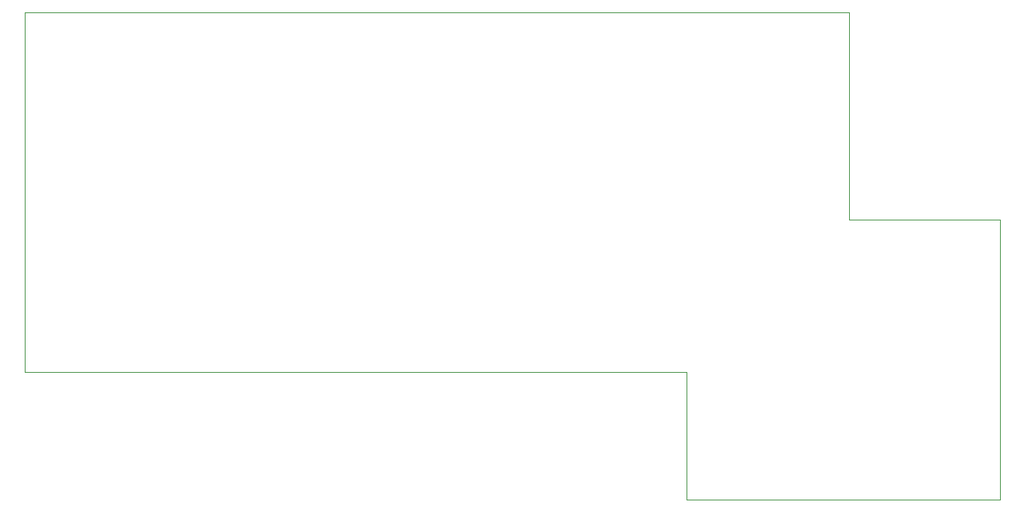
<source format=gbr>
G04 #@! TF.GenerationSoftware,KiCad,Pcbnew,(5.1.2)-1*
G04 #@! TF.CreationDate,2019-06-29T13:34:35-04:00*
G04 #@! TF.ProjectId,linecon27,6c696e65-636f-46e3-9237-2e6b69636164,rev?*
G04 #@! TF.SameCoordinates,Original*
G04 #@! TF.FileFunction,Profile,NP*
%FSLAX46Y46*%
G04 Gerber Fmt 4.6, Leading zero omitted, Abs format (unit mm)*
G04 Created by KiCad (PCBNEW (5.1.2)-1) date 2019-06-29 13:34:35*
%MOMM*%
%LPD*%
G04 APERTURE LIST*
%ADD10C,0.050000*%
G04 APERTURE END LIST*
D10*
X222250000Y-91313000D02*
X228600000Y-91313000D01*
X212090000Y-91313000D02*
X222250000Y-91313000D01*
X212090000Y-68580000D02*
X212090000Y-91313000D01*
X228600000Y-91313000D02*
X228600000Y-121920000D01*
X228600000Y-121920000D02*
X194310000Y-121920000D01*
X121920000Y-82677000D02*
X121920000Y-78740000D01*
X121920000Y-107950000D02*
X121920000Y-82677000D01*
X194310000Y-107950000D02*
X121920000Y-107950000D01*
X194310000Y-121920000D02*
X194310000Y-107950000D01*
X121920000Y-68580000D02*
X212090000Y-68580000D01*
X121920000Y-78740000D02*
X121920000Y-68580000D01*
M02*

</source>
